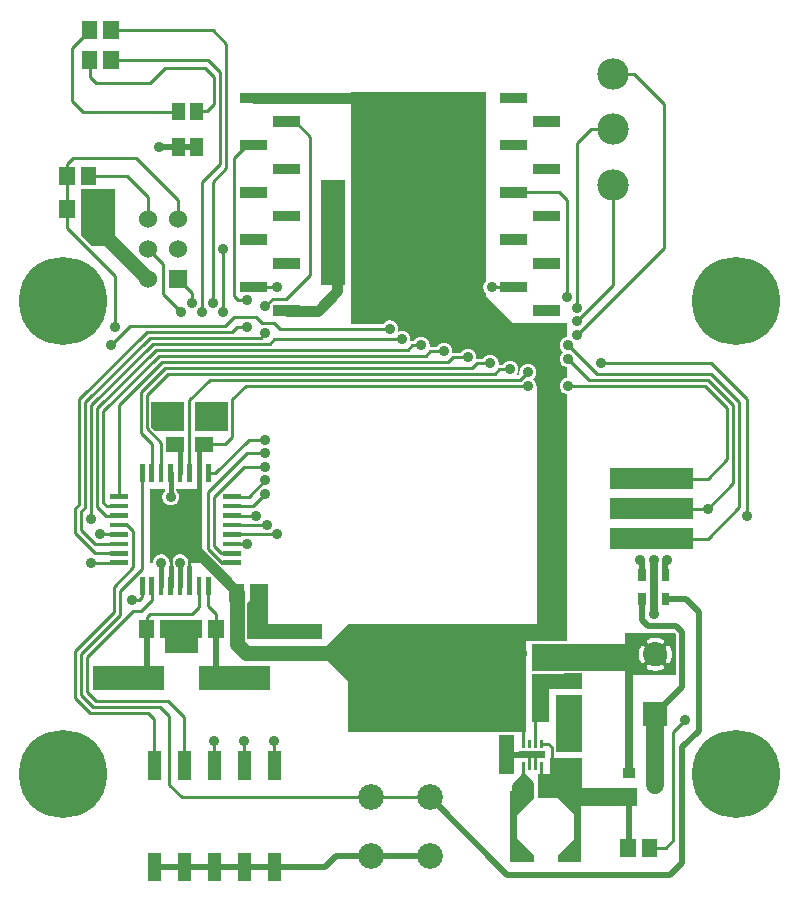
<source format=gbr>
G04 start of page 2 for group 0 idx 0 *
G04 Title: (unknown), top *
G04 Creator: pcb 20110918 *
G04 CreationDate: Mon 25 May 2015 02:47:13 AM GMT UTC *
G04 For: railfan *
G04 Format: Gerber/RS-274X *
G04 PCB-Dimensions: 269500 307800 *
G04 PCB-Coordinate-Origin: lower left *
%MOIN*%
%FSLAX25Y25*%
%LNTOP*%
%ADD42C,0.0750*%
%ADD41C,0.0480*%
%ADD40C,0.0430*%
%ADD39C,0.0630*%
%ADD38C,0.0380*%
%ADD37C,0.1285*%
%ADD36C,0.0360*%
%ADD35R,0.0430X0.0430*%
%ADD34R,0.0350X0.0350*%
%ADD33R,0.0240X0.0240*%
%ADD32R,0.0197X0.0197*%
%ADD31R,0.0098X0.0098*%
%ADD30R,0.0700X0.0700*%
%ADD29R,0.0240X0.0240*%
%ADD28R,0.0230X0.0230*%
%ADD27R,0.0340X0.0340*%
%ADD26R,0.0157X0.0157*%
%ADD25R,0.0512X0.0512*%
%ADD24R,0.0787X0.0787*%
%ADD23R,0.0440X0.0440*%
%ADD22C,0.1050*%
%ADD21C,0.0800*%
%ADD20C,0.0860*%
%ADD19C,0.2937*%
%ADD18C,0.0250*%
%ADD17C,0.0600*%
%ADD16C,0.0200*%
%ADD15C,0.0350*%
%ADD14C,0.0500*%
%ADD13C,0.0150*%
%ADD12C,0.0100*%
%ADD11C,0.0001*%
G54D11*G36*
X179000Y76300D02*X184500D01*
Y60300D01*
X179000D01*
Y76300D01*
G37*
G36*
X180500Y87300D02*Y193300D01*
X190500D01*
Y188560D01*
X190132Y188471D01*
X189725Y188303D01*
X189349Y188072D01*
X189014Y187786D01*
X188728Y187451D01*
X188497Y187075D01*
X188329Y186668D01*
X188226Y186239D01*
X188191Y185800D01*
X188226Y185361D01*
X188329Y184932D01*
X188497Y184525D01*
X188728Y184149D01*
X189014Y183814D01*
X189323Y183550D01*
X189014Y183286D01*
X188728Y182951D01*
X188497Y182575D01*
X188329Y182168D01*
X188226Y181739D01*
X188191Y181300D01*
X188226Y180861D01*
X188329Y180432D01*
X188497Y180025D01*
X188728Y179649D01*
X189014Y179314D01*
X189349Y179028D01*
X189725Y178797D01*
X190132Y178629D01*
X190500Y178540D01*
Y175060D01*
X190132Y174971D01*
X189725Y174803D01*
X189349Y174572D01*
X189014Y174286D01*
X188728Y173951D01*
X188497Y173575D01*
X188329Y173168D01*
X188226Y172739D01*
X188191Y172300D01*
X188226Y171861D01*
X188329Y171432D01*
X188497Y171025D01*
X188728Y170649D01*
X189014Y170314D01*
X189349Y170028D01*
X189725Y169797D01*
X190132Y169629D01*
X190500Y169540D01*
Y87300D01*
X180500D01*
G37*
G36*
X188000Y172300D02*X180300D01*
X180274Y172739D01*
X180171Y173168D01*
X180003Y173575D01*
X179772Y173951D01*
X179486Y174286D01*
X179177Y174550D01*
X179486Y174814D01*
X179772Y175149D01*
X180003Y175525D01*
X180171Y175932D01*
X180274Y176361D01*
X180300Y176800D01*
X180274Y177239D01*
X180171Y177668D01*
X180003Y178075D01*
X179772Y178451D01*
X179486Y178786D01*
X179151Y179072D01*
X178775Y179303D01*
X178368Y179471D01*
X177939Y179574D01*
X177500Y179609D01*
X177061Y179574D01*
X176632Y179471D01*
X176225Y179303D01*
X175849Y179072D01*
X175514Y178786D01*
X175228Y178451D01*
X174997Y178075D01*
X174829Y177668D01*
X174726Y177239D01*
X174691Y176800D01*
X174726Y176361D01*
X174767Y176189D01*
X174379Y175800D01*
X173470D01*
X173486Y175814D01*
X173772Y176149D01*
X174003Y176525D01*
X174171Y176932D01*
X174274Y177361D01*
X174300Y177800D01*
X174274Y178239D01*
X174171Y178668D01*
X174003Y179075D01*
X173772Y179451D01*
X173486Y179786D01*
X173151Y180072D01*
X172775Y180303D01*
X172368Y180471D01*
X171939Y180574D01*
X171500Y180609D01*
X171061Y180574D01*
X170632Y180471D01*
X170225Y180303D01*
X169849Y180072D01*
X169514Y179786D01*
X169228Y179451D01*
X169135Y179300D01*
X168059D01*
X168000Y179305D01*
X167765Y179286D01*
X167756Y179284D01*
X167774Y179361D01*
X167800Y179800D01*
X167774Y180239D01*
X167671Y180668D01*
X167503Y181075D01*
X167272Y181451D01*
X166986Y181786D01*
X166651Y182072D01*
X166275Y182303D01*
X165868Y182471D01*
X165439Y182574D01*
X165000Y182609D01*
X164561Y182574D01*
X164132Y182471D01*
X163725Y182303D01*
X163349Y182072D01*
X163014Y181786D01*
X162728Y181451D01*
X162635Y181300D01*
X160559D01*
X160500Y181305D01*
X160265Y181286D01*
X160256Y181284D01*
X160274Y181361D01*
X160300Y181800D01*
X160274Y182239D01*
X160171Y182668D01*
X160003Y183075D01*
X159772Y183451D01*
X159486Y183786D01*
X159151Y184072D01*
X158775Y184303D01*
X158368Y184471D01*
X157939Y184574D01*
X157500Y184609D01*
X157061Y184574D01*
X156632Y184471D01*
X156225Y184303D01*
X155849Y184072D01*
X155514Y183786D01*
X155228Y183451D01*
X155135Y183300D01*
X152559D01*
X152500Y183305D01*
X152265Y183286D01*
X152256Y183284D01*
X152274Y183361D01*
X152300Y183800D01*
X152274Y184239D01*
X152171Y184668D01*
X152003Y185075D01*
X151772Y185451D01*
X151486Y185786D01*
X151151Y186072D01*
X150775Y186303D01*
X150368Y186471D01*
X149939Y186574D01*
X149500Y186609D01*
X149061Y186574D01*
X148632Y186471D01*
X148225Y186303D01*
X147849Y186072D01*
X147514Y185786D01*
X147228Y185451D01*
X147135Y185300D01*
X145059D01*
X145000Y185305D01*
X144765Y185286D01*
X144756Y185284D01*
X144774Y185361D01*
X144800Y185800D01*
X144774Y186239D01*
X144671Y186668D01*
X144503Y187075D01*
X144272Y187451D01*
X143986Y187786D01*
X143651Y188072D01*
X143275Y188303D01*
X142868Y188471D01*
X142439Y188574D01*
X142000Y188609D01*
X141561Y188574D01*
X141132Y188471D01*
X140725Y188303D01*
X140349Y188072D01*
X140014Y187786D01*
X139728Y187451D01*
X139635Y187300D01*
X139059D01*
X139000Y187305D01*
X138765Y187286D01*
X138535Y187231D01*
X138317Y187141D01*
X138205Y187072D01*
X138274Y187361D01*
X138300Y187800D01*
X138274Y188239D01*
X138171Y188668D01*
X138003Y189075D01*
X137772Y189451D01*
X137486Y189786D01*
X137151Y190072D01*
X136775Y190303D01*
X136368Y190471D01*
X135939Y190574D01*
X135500Y190609D01*
X135061Y190574D01*
X134632Y190471D01*
X134225Y190303D01*
X134081Y190214D01*
X134171Y190432D01*
X134274Y190861D01*
X134300Y191300D01*
X134274Y191739D01*
X134171Y192168D01*
X134003Y192575D01*
X133772Y192951D01*
X133486Y193286D01*
X133151Y193572D01*
X132775Y193803D01*
X132368Y193971D01*
X131939Y194074D01*
X131500Y194109D01*
X131061Y194074D01*
X130632Y193971D01*
X130225Y193803D01*
X129849Y193572D01*
X129514Y193286D01*
X129228Y192951D01*
X129135Y192800D01*
X118500D01*
Y270300D01*
X163500D01*
Y207211D01*
X163228Y206892D01*
X162997Y206516D01*
X162829Y206109D01*
X162726Y205680D01*
X162691Y205241D01*
X162726Y204802D01*
X162829Y204373D01*
X162997Y203966D01*
X163228Y203590D01*
X163500Y203271D01*
Y202300D01*
X172500Y193300D01*
X188000D01*
Y172300D01*
G37*
G36*
X28500Y237800D02*X40000D01*
Y218800D01*
X32121D01*
X28500Y222421D01*
Y237800D01*
G37*
G36*
X117500Y92800D02*X121500D01*
Y73800D01*
X117500D01*
X110500Y80800D01*
Y85800D01*
X117500Y92800D01*
G37*
G36*
X116500Y205800D02*X115799D01*
X115578Y205989D01*
X115209Y206215D01*
X114809Y206380D01*
X114389Y206482D01*
X113957Y206515D01*
X113525Y206482D01*
X113105Y206380D01*
X112705Y206215D01*
X112336Y205989D01*
X112123Y205800D01*
X108500D01*
Y240800D01*
X116500D01*
Y205800D01*
G37*
G36*
X63000Y157300D02*X53396D01*
X52000Y158696D01*
Y166800D01*
X63000D01*
Y157300D01*
G37*
G36*
X66500D02*Y166800D01*
X77500D01*
Y157300D01*
X66500D01*
G37*
G36*
X173000Y55800D02*Y42800D01*
X168000D01*
Y55800D01*
X173000D01*
G37*
G36*
X56500Y83300D02*Y94300D01*
X67500D01*
Y83300D01*
X56500D01*
G37*
G36*
X69000Y137800D02*Y113300D01*
X64375D01*
X64349Y113739D01*
X64246Y114168D01*
X64078Y114575D01*
X63847Y114951D01*
X63561Y115286D01*
X63226Y115572D01*
X62850Y115803D01*
X62443Y115971D01*
X62014Y116074D01*
X61575Y116109D01*
X61136Y116074D01*
X60707Y115971D01*
X60300Y115803D01*
X59924Y115572D01*
X59589Y115286D01*
X59303Y114951D01*
X59072Y114575D01*
X58904Y114168D01*
X58801Y113739D01*
X58783Y113514D01*
X58700Y113534D01*
X58425Y113555D01*
X58150Y113534D01*
X58063Y113513D01*
X58050Y113739D01*
X57947Y114168D01*
X57779Y114575D01*
X57548Y114951D01*
X57262Y115286D01*
X56927Y115572D01*
X56551Y115803D01*
X56144Y115971D01*
X55715Y116074D01*
X55276Y116109D01*
X54837Y116074D01*
X54408Y115971D01*
X54001Y115803D01*
X53625Y115572D01*
X53290Y115286D01*
X53004Y114951D01*
X52773Y114575D01*
X52605Y114168D01*
X52502Y113739D01*
X52467Y113300D01*
X51500D01*
Y137800D01*
X56675D01*
Y137488D01*
X56439Y137286D01*
X56153Y136951D01*
X55922Y136575D01*
X55754Y136168D01*
X55651Y135739D01*
X55616Y135300D01*
X55651Y134861D01*
X55754Y134432D01*
X55922Y134025D01*
X56153Y133649D01*
X56439Y133314D01*
X56774Y133028D01*
X57150Y132797D01*
X57557Y132629D01*
X57986Y132526D01*
X58425Y132491D01*
X58864Y132526D01*
X59293Y132629D01*
X59700Y132797D01*
X60076Y133028D01*
X60411Y133314D01*
X60697Y133649D01*
X60928Y134025D01*
X61096Y134432D01*
X61199Y134861D01*
X61225Y135300D01*
X61199Y135739D01*
X61096Y136168D01*
X60928Y136575D01*
X60697Y136951D01*
X60411Y137286D01*
X60175Y137488D01*
Y137800D01*
X69000D01*
G37*
G36*
X85500Y106300D02*X91000D01*
Y87800D01*
X85500D01*
Y106300D01*
G37*
G36*
Y87800D02*Y92800D01*
X109000D01*
Y87800D01*
X85500D01*
G37*
G36*
X91000D02*X84000D01*
Y99300D01*
X91000D01*
Y87800D01*
G37*
G36*
X84000Y97800D02*Y99800D01*
X87543Y103343D01*
Y97800D01*
X84000D01*
G37*
G36*
X195500Y69300D02*Y50300D01*
X187000D01*
Y51741D01*
X187005Y51800D01*
X187000Y51859D01*
Y69300D01*
X195500D01*
G37*
G36*
Y76300D02*Y71300D01*
X179000D01*
Y76300D01*
X195500D01*
G37*
G36*
X224493Y86300D02*X227000D01*
Y77300D01*
X224493D01*
Y79945D01*
X224578Y79981D01*
X224679Y80043D01*
X224769Y80119D01*
X224845Y80209D01*
X224905Y80311D01*
X225122Y80780D01*
X225289Y81269D01*
X225409Y81772D01*
X225482Y82284D01*
X225506Y82800D01*
X225482Y83316D01*
X225409Y83828D01*
X225289Y84331D01*
X225122Y84820D01*
X224910Y85292D01*
X224849Y85393D01*
X224772Y85484D01*
X224682Y85561D01*
X224580Y85623D01*
X224493Y85660D01*
Y86300D01*
G37*
G36*
X215507D02*X217684D01*
X217731Y86289D01*
X217849Y86279D01*
X217968Y86288D01*
X218017Y86300D01*
X222002D01*
X222033Y86293D01*
X222151Y86283D01*
X222268Y86293D01*
X222298Y86300D01*
X224493D01*
Y85660D01*
X224471Y85669D01*
X224355Y85697D01*
X224237Y85706D01*
X224119Y85697D01*
X224003Y85670D01*
X223893Y85624D01*
X223792Y85562D01*
X223702Y85486D01*
X223624Y85395D01*
X223562Y85294D01*
X223516Y85185D01*
X223489Y85069D01*
X223479Y84951D01*
X223488Y84832D01*
X223516Y84717D01*
X223563Y84608D01*
X223721Y84268D01*
X223842Y83912D01*
X223930Y83547D01*
X223982Y83175D01*
X224000Y82800D01*
X223982Y82425D01*
X223930Y82053D01*
X223842Y81688D01*
X223721Y81332D01*
X223567Y80990D01*
X223520Y80882D01*
X223493Y80767D01*
X223483Y80649D01*
X223493Y80532D01*
X223521Y80417D01*
X223566Y80308D01*
X223628Y80207D01*
X223705Y80118D01*
X223795Y80041D01*
X223895Y79980D01*
X224004Y79935D01*
X224119Y79907D01*
X224237Y79898D01*
X224355Y79908D01*
X224469Y79935D01*
X224493Y79945D01*
Y77300D01*
X220129D01*
X220516Y77318D01*
X221028Y77391D01*
X221531Y77511D01*
X222020Y77678D01*
X222492Y77890D01*
X222593Y77951D01*
X222684Y78028D01*
X222761Y78118D01*
X222823Y78220D01*
X222869Y78329D01*
X222897Y78445D01*
X222906Y78563D01*
X222897Y78681D01*
X222870Y78797D01*
X222824Y78907D01*
X222762Y79008D01*
X222686Y79098D01*
X222595Y79176D01*
X222494Y79238D01*
X222385Y79284D01*
X222269Y79311D01*
X222151Y79321D01*
X222032Y79312D01*
X221917Y79284D01*
X221808Y79237D01*
X221468Y79079D01*
X221112Y78958D01*
X220747Y78870D01*
X220375Y78818D01*
X220000Y78800D01*
X219625Y78818D01*
X219253Y78870D01*
X218888Y78958D01*
X218532Y79079D01*
X218190Y79233D01*
X218082Y79280D01*
X217967Y79307D01*
X217849Y79317D01*
X217732Y79307D01*
X217617Y79279D01*
X217508Y79234D01*
X217407Y79172D01*
X217318Y79095D01*
X217241Y79005D01*
X217180Y78905D01*
X217135Y78796D01*
X217107Y78681D01*
X217098Y78563D01*
X217108Y78445D01*
X217135Y78331D01*
X217181Y78222D01*
X217243Y78121D01*
X217319Y78031D01*
X217409Y77955D01*
X217511Y77895D01*
X217980Y77678D01*
X218469Y77511D01*
X218972Y77391D01*
X219484Y77318D01*
X219871Y77300D01*
X215507D01*
Y79940D01*
X215529Y79931D01*
X215645Y79903D01*
X215763Y79894D01*
X215881Y79903D01*
X215997Y79930D01*
X216107Y79976D01*
X216208Y80038D01*
X216298Y80114D01*
X216376Y80205D01*
X216438Y80306D01*
X216484Y80415D01*
X216511Y80531D01*
X216521Y80649D01*
X216512Y80768D01*
X216484Y80883D01*
X216437Y80992D01*
X216279Y81332D01*
X216158Y81688D01*
X216070Y82053D01*
X216018Y82425D01*
X216000Y82800D01*
X216018Y83175D01*
X216070Y83547D01*
X216158Y83912D01*
X216279Y84268D01*
X216433Y84610D01*
X216480Y84718D01*
X216507Y84833D01*
X216517Y84951D01*
X216507Y85068D01*
X216479Y85183D01*
X216434Y85292D01*
X216372Y85393D01*
X216295Y85482D01*
X216205Y85559D01*
X216105Y85620D01*
X215996Y85665D01*
X215881Y85693D01*
X215763Y85702D01*
X215645Y85692D01*
X215531Y85665D01*
X215507Y85655D01*
Y86300D01*
G37*
G36*
X179000D02*X215507D01*
Y85655D01*
X215422Y85619D01*
X215321Y85557D01*
X215231Y85481D01*
X215155Y85391D01*
X215095Y85289D01*
X214878Y84820D01*
X214711Y84331D01*
X214591Y83828D01*
X214518Y83316D01*
X214494Y82800D01*
X214518Y82284D01*
X214591Y81772D01*
X214711Y81269D01*
X214878Y80780D01*
X215090Y80308D01*
X215151Y80207D01*
X215228Y80116D01*
X215318Y80039D01*
X215420Y79977D01*
X215507Y79940D01*
Y77300D01*
X179000D01*
Y86300D01*
G37*
G36*
X227000Y75800D02*X224493D01*
Y79945D01*
X224578Y79981D01*
X224679Y80043D01*
X224769Y80119D01*
X224845Y80209D01*
X224905Y80311D01*
X225122Y80780D01*
X225289Y81269D01*
X225409Y81772D01*
X225482Y82284D01*
X225506Y82800D01*
X225482Y83316D01*
X225409Y83828D01*
X225289Y84331D01*
X225122Y84820D01*
X224910Y85292D01*
X224849Y85393D01*
X224772Y85484D01*
X224682Y85561D01*
X224580Y85623D01*
X224493Y85660D01*
Y89800D01*
X226672D01*
X227000Y89472D01*
Y75800D01*
G37*
G36*
X224493D02*X220002D01*
Y77294D01*
X220516Y77318D01*
X221028Y77391D01*
X221531Y77511D01*
X222020Y77678D01*
X222492Y77890D01*
X222593Y77951D01*
X222684Y78028D01*
X222761Y78118D01*
X222823Y78220D01*
X222869Y78329D01*
X222897Y78445D01*
X222906Y78563D01*
X222897Y78681D01*
X222870Y78797D01*
X222824Y78907D01*
X222762Y79008D01*
X222686Y79098D01*
X222595Y79176D01*
X222494Y79238D01*
X222385Y79284D01*
X222269Y79311D01*
X222151Y79321D01*
X222032Y79312D01*
X221917Y79284D01*
X221808Y79237D01*
X221468Y79079D01*
X221112Y78958D01*
X220747Y78870D01*
X220375Y78818D01*
X220002Y78800D01*
Y86800D01*
X220375Y86782D01*
X220747Y86730D01*
X221112Y86642D01*
X221468Y86521D01*
X221810Y86367D01*
X221918Y86320D01*
X222033Y86293D01*
X222151Y86283D01*
X222268Y86293D01*
X222383Y86321D01*
X222492Y86366D01*
X222593Y86428D01*
X222682Y86505D01*
X222759Y86595D01*
X222820Y86695D01*
X222865Y86804D01*
X222893Y86919D01*
X222902Y87037D01*
X222892Y87155D01*
X222865Y87269D01*
X222819Y87378D01*
X222757Y87479D01*
X222681Y87569D01*
X222591Y87645D01*
X222489Y87705D01*
X222020Y87922D01*
X221531Y88089D01*
X221028Y88209D01*
X220516Y88282D01*
X220002Y88306D01*
Y89800D01*
X224493D01*
Y85660D01*
X224471Y85669D01*
X224355Y85697D01*
X224237Y85706D01*
X224119Y85697D01*
X224003Y85670D01*
X223893Y85624D01*
X223792Y85562D01*
X223702Y85486D01*
X223624Y85395D01*
X223562Y85294D01*
X223516Y85185D01*
X223489Y85069D01*
X223479Y84951D01*
X223488Y84832D01*
X223516Y84717D01*
X223563Y84608D01*
X223721Y84268D01*
X223842Y83912D01*
X223930Y83547D01*
X223982Y83175D01*
X224000Y82800D01*
X223982Y82425D01*
X223930Y82053D01*
X223842Y81688D01*
X223721Y81332D01*
X223567Y80990D01*
X223520Y80882D01*
X223493Y80767D01*
X223483Y80649D01*
X223493Y80532D01*
X223521Y80417D01*
X223566Y80308D01*
X223628Y80207D01*
X223705Y80118D01*
X223795Y80041D01*
X223895Y79980D01*
X224004Y79935D01*
X224119Y79907D01*
X224237Y79898D01*
X224355Y79908D01*
X224469Y79935D01*
X224493Y79945D01*
Y75800D01*
G37*
G36*
X220002D02*X215507D01*
Y79940D01*
X215529Y79931D01*
X215645Y79903D01*
X215763Y79894D01*
X215881Y79903D01*
X215997Y79930D01*
X216107Y79976D01*
X216208Y80038D01*
X216298Y80114D01*
X216376Y80205D01*
X216438Y80306D01*
X216484Y80415D01*
X216511Y80531D01*
X216521Y80649D01*
X216512Y80768D01*
X216484Y80883D01*
X216437Y80992D01*
X216279Y81332D01*
X216158Y81688D01*
X216070Y82053D01*
X216018Y82425D01*
X216000Y82800D01*
X216018Y83175D01*
X216070Y83547D01*
X216158Y83912D01*
X216279Y84268D01*
X216433Y84610D01*
X216480Y84718D01*
X216507Y84833D01*
X216517Y84951D01*
X216507Y85068D01*
X216479Y85183D01*
X216434Y85292D01*
X216372Y85393D01*
X216295Y85482D01*
X216205Y85559D01*
X216105Y85620D01*
X215996Y85665D01*
X215881Y85693D01*
X215763Y85702D01*
X215645Y85692D01*
X215531Y85665D01*
X215507Y85655D01*
Y89800D01*
X220002D01*
Y88306D01*
X220000Y88306D01*
X219484Y88282D01*
X218972Y88209D01*
X218469Y88089D01*
X217980Y87922D01*
X217508Y87710D01*
X217407Y87649D01*
X217316Y87572D01*
X217239Y87482D01*
X217177Y87380D01*
X217131Y87271D01*
X217103Y87155D01*
X217094Y87037D01*
X217103Y86919D01*
X217130Y86803D01*
X217176Y86693D01*
X217238Y86592D01*
X217314Y86502D01*
X217405Y86424D01*
X217506Y86362D01*
X217615Y86316D01*
X217731Y86289D01*
X217849Y86279D01*
X217968Y86288D01*
X218083Y86316D01*
X218192Y86363D01*
X218532Y86521D01*
X218888Y86642D01*
X219253Y86730D01*
X219625Y86782D01*
X220000Y86800D01*
X220002Y86800D01*
Y78800D01*
X220000Y78800D01*
X219625Y78818D01*
X219253Y78870D01*
X218888Y78958D01*
X218532Y79079D01*
X218190Y79233D01*
X218082Y79280D01*
X217967Y79307D01*
X217849Y79317D01*
X217732Y79307D01*
X217617Y79279D01*
X217508Y79234D01*
X217407Y79172D01*
X217318Y79095D01*
X217241Y79005D01*
X217180Y78905D01*
X217135Y78796D01*
X217107Y78681D01*
X217098Y78563D01*
X217108Y78445D01*
X217135Y78331D01*
X217181Y78222D01*
X217243Y78121D01*
X217319Y78031D01*
X217409Y77955D01*
X217511Y77895D01*
X217980Y77678D01*
X218469Y77511D01*
X218972Y77391D01*
X219484Y77318D01*
X220000Y77294D01*
X220002Y77294D01*
Y75800D01*
G37*
G36*
X215507D02*X210000D01*
Y89800D01*
X215507D01*
Y85655D01*
X215422Y85619D01*
X215321Y85557D01*
X215231Y85481D01*
X215155Y85391D01*
X215095Y85289D01*
X214878Y84820D01*
X214711Y84331D01*
X214591Y83828D01*
X214518Y83316D01*
X214494Y82800D01*
X214518Y82284D01*
X214591Y81772D01*
X214711Y81269D01*
X214878Y80780D01*
X215090Y80308D01*
X215151Y80207D01*
X215228Y80116D01*
X215318Y80039D01*
X215420Y79977D01*
X215507Y79940D01*
Y75800D01*
G37*
G36*
X171500Y92800D02*X190500D01*
Y87300D01*
X171500D01*
Y92800D01*
G37*
G36*
X186500Y34800D02*X181000D01*
Y42800D01*
X186500D01*
Y34800D01*
G37*
G36*
X195500Y48300D02*Y34800D01*
X185000D01*
Y48300D01*
X195500D01*
G37*
G36*
X176000Y42800D02*X179000Y39800D01*
Y35800D01*
X172500D01*
Y39300D01*
X176000Y42800D01*
G37*
G36*
X214000Y32300D02*X191000D01*
Y38300D01*
X214000D01*
Y32300D01*
G37*
G36*
X177000Y56800D02*X117500D01*
Y92800D01*
X177000D01*
Y56800D01*
G37*
G54D12*X71024Y105521D02*Y98800D01*
X67874Y98674D02*Y105521D01*
G54D13*X64725D02*Y111800D01*
G54D12*X78779Y113277D02*X75523D01*
X71024Y98800D02*X73500Y96300D01*
X65500D02*X67874Y98674D01*
X73500Y96300D02*Y91300D01*
G54D14*X80500Y86300D02*Y103300D01*
G54D13*X61575Y143079D02*Y152757D01*
X58425Y143079D02*Y135300D01*
G54D12*X55275Y143079D02*Y153300D01*
X52126Y143079D02*Y152800D01*
X48976Y143079D02*Y111276D01*
X52126Y105521D02*Y100926D01*
G54D15*X80957Y103300D02*X65500Y118757D01*
G54D12*X64725Y111800D02*Y116300D01*
X75523Y113277D02*X71000Y117800D01*
X78779Y116426D02*X75374D01*
X73000Y118800D01*
X78779Y119576D02*X84000D01*
X78779Y129025D02*X86000D01*
X78779Y125875D02*X89500D01*
X78779Y122725D02*X93000D01*
X78779Y132174D02*X85874D01*
X90000Y136300D01*
X78779Y135324D02*X84524D01*
X90000Y140800D01*
G54D13*X67874Y152757D02*Y120800D01*
G54D12*X73000Y118800D02*Y135300D01*
X71000Y117800D02*Y136800D01*
X84000Y149800D01*
X71023Y143079D02*X73279D01*
X73000Y135300D02*X83000Y145300D01*
X90000D01*
X84000Y149800D02*X90000D01*
X125157Y35143D02*X144843D01*
G54D16*X110050Y11850D02*X113657Y15457D01*
X144843D01*
X53000Y11850D02*X110050D01*
G54D12*X93000Y52800D02*Y45750D01*
X58000Y39300D02*X62157Y35143D01*
X125000D01*
G54D16*X50500Y91300D02*Y74800D01*
X73500Y91300D02*Y74800D01*
G54D14*X84500Y83300D02*X83500D01*
X80500Y86300D01*
G54D12*X83000Y53800D02*Y45750D01*
X73000Y53800D02*Y45750D01*
X57500Y67300D02*X63000Y61800D01*
Y45750D01*
X53000Y61300D02*Y45750D01*
X55000Y65300D02*X58000Y62300D01*
X51000Y63300D02*X53000Y61300D01*
X58000Y62300D02*Y39300D01*
G54D17*X220000Y62800D02*Y39243D01*
G54D18*X211343Y43143D02*Y78800D01*
G54D16*X220000Y62800D02*X229000Y71800D01*
Y90300D01*
Y51800D02*X234500Y57300D01*
Y96800D02*X230200Y101100D01*
X223400D01*
X211343Y35343D02*Y18300D01*
X225000Y9300D02*X229000Y13300D01*
Y51800D01*
G54D12*X218043Y18300D02*X223500D01*
X226000Y20800D01*
Y56800D01*
X230000Y60800D01*
G54D16*X234500Y57300D02*Y96800D01*
G54D14*X84500Y83300D02*X174500D01*
G54D16*X170500Y49300D02*X179000D01*
G54D12*X176047Y58300D02*Y52942D01*
X179984Y63300D02*Y52942D01*
X181953D02*X184358D01*
X178016Y49300D02*Y45658D01*
X172500Y39300D02*Y33300D01*
X176047Y42847D02*X172500Y39300D01*
X179000Y39894D02*Y35800D01*
X176047Y42847D02*X179000Y39894D01*
X176047Y45658D02*Y34850D01*
X185500Y51800D02*Y45800D01*
X184358Y52942D02*X185500Y51800D01*
X181953Y45658D02*Y36300D01*
X179984Y49300D02*Y45658D01*
G54D16*X225000Y9300D02*X170686D01*
X144843Y35143D01*
X215600Y101100D02*Y94200D01*
X217500Y92300D01*
X227000D01*
X229000Y90300D01*
X215600Y109300D02*Y113700D01*
X215000Y114300D01*
G54D18*X219500D02*Y96300D01*
G54D16*X223400Y109300D02*Y113700D01*
X224000Y114300D01*
G54D12*X83500Y172300D02*X177500D01*
X71500Y174300D02*X175000D01*
X57500Y176300D02*X166500D01*
X56500Y178300D02*X159000D01*
X55500Y180300D02*X151000D01*
X54500Y182300D02*X143500D01*
X53500Y184300D02*X137500D01*
X91500Y186300D02*X52500D01*
X175000Y174300D02*X177500Y176800D01*
X166500Y176300D02*X168000Y177800D01*
X159000Y178300D02*X160500Y179800D01*
X165000D01*
X168000Y177800D02*X171500D01*
X172815Y205241D02*X165500D01*
X151000Y180300D02*X152500Y181800D01*
X157500D01*
X143500Y182300D02*X145000Y183800D01*
X149500D01*
X139000Y185800D02*X142000D01*
X172815Y236737D02*X188063D01*
X190500Y234300D01*
X137500Y184300D02*X139000Y185800D01*
G54D15*X97185Y197367D02*X107567D01*
X113957Y203757D01*
G54D12*X92500Y201300D02*X97000D01*
X105000Y209300D01*
X87000Y195300D02*X89000Y193300D01*
X90000Y198800D02*X92500Y201300D01*
X89000Y193300D02*X93000D01*
X95000Y191300D01*
X131500D01*
X88500Y188300D02*X90000Y189800D01*
X93000Y187800D02*X91500Y186300D01*
X135500Y187800D02*X93000D01*
G54D15*X86201Y268233D02*X127500D01*
X113957Y203757D02*Y237800D01*
G54D12*X105000Y209300D02*Y255300D01*
X100500Y259800D01*
X79500Y202300D02*Y248300D01*
X83500Y252300D01*
X72500Y240300D02*X77000Y244800D01*
X75000Y246300D02*X69000Y240300D01*
X73000Y266300D02*X70500Y263800D01*
X67050D01*
X66950Y263700D01*
X76500Y192300D02*X79500Y195300D01*
X76000Y196800D02*Y217800D01*
X72500Y199800D02*Y240300D01*
X69000Y196800D02*Y240300D01*
X79000Y190300D02*X80500Y191800D01*
X84000D01*
Y200800D02*X81000D01*
X79500Y202300D01*
Y195300D02*X87000D01*
X51500Y188300D02*X88500D01*
X62000Y196800D02*X56000Y202800D01*
Y212800D01*
X51000Y217800D01*
X65500Y199800D02*Y203300D01*
X61000Y207800D01*
X44000Y242300D02*X51000Y235300D01*
X61000Y234300D02*X47000Y248300D01*
G54D16*X54500Y251800D02*X66950D01*
G54D12*X51000Y235300D02*Y227800D01*
X61000D02*Y234300D01*
X64724Y143079D02*Y167524D01*
X71500Y174300D01*
X69500Y152757D02*X76457D01*
X55275Y153300D02*X50500Y158075D01*
X52126Y152800D02*X48500Y156426D01*
X76457Y152757D02*X79000Y155300D01*
X73279Y143079D02*X84500Y154300D01*
X90000D01*
X79000Y155300D02*Y167800D01*
X83500Y172300D01*
X86201Y205241D02*X94000D01*
X50500Y190300D02*X79000D01*
X45000Y192300D02*X76500D01*
X50500Y92343D02*Y95257D01*
X51500Y96300D01*
X65500D01*
X46000Y97300D02*X30500Y81800D01*
X48500Y97300D02*X46000D01*
X30500Y81800D02*Y70300D01*
X33500Y67300D01*
X57500D01*
X41500Y95800D02*X28500Y82800D01*
X39500Y96800D02*X26500Y83800D01*
X28500Y82800D02*Y69300D01*
X26500Y83800D02*Y68300D01*
X28500Y69300D02*X32500Y65300D01*
X26500Y68300D02*X31500Y63300D01*
X32500Y65300D02*X55000D01*
X31500Y63300D02*X51000D01*
X58425Y111800D02*Y117800D01*
X41221Y125875D02*X43925D01*
X46000Y123800D01*
Y111800D01*
G54D13*X55276Y105521D02*Y113300D01*
X61575Y105521D02*Y113300D01*
X58425Y105521D02*Y111800D01*
G54D12*X41221Y132174D02*X37126D01*
X36000Y133300D01*
X41221Y129024D02*X36776D01*
X34000Y131800D01*
X41221Y122725D02*X35000D01*
X41221Y119575D02*X33225D01*
X41221Y116426D02*X33374D01*
X41221Y113276D02*X32000D01*
X33225Y119575D02*X28500Y124300D01*
Y130300D01*
X30000Y131800D01*
X33374Y116426D02*X26500Y123300D01*
Y131300D01*
X28000Y132800D01*
X50500Y158075D02*Y169300D01*
X48500Y156426D02*Y170300D01*
X41221Y135323D02*Y166021D01*
X36000Y133300D02*Y163800D01*
X34000Y131800D02*Y164800D01*
X32000Y165800D02*Y127800D01*
X30000Y131800D02*Y166800D01*
X28000Y132800D02*Y167800D01*
X50500Y169300D02*X57500Y176300D01*
X48500Y170300D02*X56500Y178300D01*
X41221Y166021D02*X55500Y180300D01*
X36000Y163800D02*X54500Y182300D01*
X34000Y164800D02*X53500Y184300D01*
X30000Y166800D02*X51500Y188300D01*
X28000Y167800D02*X50500Y190300D01*
X52500Y186300D02*X32000Y165800D01*
X48976Y111276D02*X41500Y103800D01*
Y95800D01*
X46000Y111800D02*X39500Y105300D01*
Y96800D01*
X48000Y100800D02*X45500D01*
X48977Y105521D02*Y101777D01*
X48000Y100800D01*
X52126Y100926D02*X48500Y97300D01*
X191000Y172300D02*X236500D01*
X191000Y181300D02*X198000Y174300D01*
X191000Y185800D02*X200500Y176300D01*
X198000Y174300D02*X237500D01*
X200500Y176300D02*X238500D01*
X202000Y179800D02*X238500D01*
X244000Y164800D02*Y147800D01*
X237500Y141300D01*
X218750D01*
X246000Y165800D02*Y139800D01*
X237500Y131300D01*
X218750D01*
X236500Y172300D02*X244000Y164800D01*
X237500Y174300D02*X246000Y165800D01*
X238500Y176300D02*X248000Y166800D01*
X250500Y167800D02*X238500Y179800D01*
X248000Y166800D02*Y131800D01*
X250500Y128800D02*Y167800D01*
X248000Y131800D02*X237500Y121300D01*
X218750D01*
X194000Y189300D02*X223000Y218300D01*
X194000Y198300D02*Y253300D01*
Y193800D02*X206000Y205800D01*
Y239300D01*
X223000Y218300D02*Y266300D01*
X213000Y276300D01*
X206000D01*
X194000Y253300D02*X198500Y257800D01*
X206000D01*
X190500Y201800D02*Y234300D01*
X38500Y185800D02*X45000Y192300D01*
G54D14*X34543Y224257D02*X51000Y207800D01*
G54D12*X40000Y191800D02*Y208800D01*
X23957Y224843D02*Y242300D01*
Y224843D02*X40000Y208800D01*
X47000Y248300D02*X26000D01*
X61050Y263700D02*X29100D01*
X31043Y242300D02*X44000D01*
X26000Y248300D02*X23957Y246257D01*
Y242257D01*
X51500Y273300D02*X56500Y278300D01*
X70000D01*
X72500Y290800D02*X38543D01*
Y280800D02*X71000D01*
X70000Y278300D02*X73000Y275300D01*
X71000Y280800D02*X75000Y276800D01*
X73000Y275300D02*Y266300D01*
X77000Y244800D02*Y286300D01*
X72500Y290800D01*
X75000Y276800D02*Y246300D01*
X31457Y280800D02*Y275343D01*
X33500Y273300D01*
X51500D01*
X29100Y263700D02*X25500Y267300D01*
Y284843D01*
X31457Y290800D01*
G54D19*X22600Y200400D03*
Y42900D03*
G54D11*G36*
X58000Y210800D02*Y204800D01*
X64000D01*
Y210800D01*
X58000D01*
G37*
G54D17*X61000Y217800D03*
X51000Y207800D03*
Y217800D03*
X61000Y227800D03*
X51000D03*
G54D19*X246900Y200400D03*
Y42900D03*
G54D20*X125157Y35143D03*
Y15457D03*
X144843Y35143D03*
Y15457D03*
G54D11*G36*
X216000Y66800D02*Y58800D01*
X224000D01*
Y66800D01*
X216000D01*
G37*
G54D21*X220000Y82800D03*
G54D22*X206000Y276300D03*
Y257800D03*
Y239300D03*
G54D23*X93000Y48350D02*Y43150D01*
Y14450D02*Y9250D01*
X83000Y48350D02*Y43150D01*
Y14450D02*Y9250D01*
X73000Y48350D02*Y43150D01*
Y14450D02*Y9250D01*
X63000Y48350D02*Y43150D01*
Y14450D02*Y9250D01*
X53000Y14450D02*Y9250D01*
G54D24*X71843Y74800D02*X87591D01*
G54D23*X53000Y48350D02*Y43150D01*
G54D24*X36409Y74800D02*X52157D01*
G54D25*X50457Y91693D02*Y90907D01*
G54D26*X58425Y107734D02*Y103308D01*
X61575Y107734D02*Y103308D01*
X64725Y107734D02*Y103308D01*
X67874Y107734D02*Y103308D01*
X71024Y107734D02*Y103308D01*
X76566Y113277D02*X80992D01*
G54D25*X80457Y103693D02*Y102907D01*
X87543Y103693D02*Y102907D01*
G54D26*X76566Y116426D02*X80992D01*
X76566Y119576D02*X80992D01*
X76566Y122725D02*X80992D01*
X76566Y125875D02*X80992D01*
X76566Y129025D02*X80992D01*
G54D25*X73543Y91693D02*Y90907D01*
X66457Y91693D02*Y90907D01*
X57543Y91693D02*Y90907D01*
G54D26*X76566Y132174D02*X80992D01*
X76566Y135324D02*X80992D01*
X48977Y107734D02*Y103308D01*
X52126Y107734D02*Y103308D01*
X55276Y107734D02*Y103308D01*
X55275Y145292D02*Y140866D01*
X52126Y145292D02*Y140866D01*
X48976Y145292D02*Y140866D01*
X39008Y135323D02*X43434D01*
X39008Y132174D02*X43434D01*
X39008Y129024D02*X43434D01*
X39008Y125875D02*X43434D01*
X39008Y122725D02*X43434D01*
X39008Y119575D02*X43434D01*
X39008Y116426D02*X43434D01*
X39008Y113276D02*X43434D01*
G54D25*X218043Y18693D02*Y17907D01*
X210957Y18693D02*Y17907D01*
G54D27*X211043Y43143D02*X211643D01*
X211043Y35343D02*X211643D01*
X219243Y39243D02*X219843D01*
G54D28*X194200Y36000D02*Y14600D01*
G54D11*G36*
X189577Y36971D02*X195171Y31377D01*
X193050Y29256D01*
X187456Y34850D01*
X189577Y36971D01*
G37*
G36*
X187456Y15750D02*X193050Y21344D01*
X195171Y19223D01*
X189577Y13629D01*
X187456Y15750D01*
G37*
G36*
X191050Y36850D02*Y32850D01*
X195050D01*
Y36850D01*
X191050D01*
G37*
G36*
Y17750D02*Y13750D01*
X195050D01*
Y17750D01*
X191050D01*
G37*
G54D28*X188600Y14600D02*X194200D01*
X172800Y36000D02*Y14600D01*
Y36000D02*X178400D01*
G54D11*G36*
X171829Y31377D02*X177423Y36971D01*
X179544Y34850D01*
X173950Y29256D01*
X171829Y31377D01*
G37*
G36*
X171950Y36850D02*Y32850D01*
X175950D01*
Y36850D01*
X171950D01*
G37*
G54D28*X172800Y14600D02*X178400D01*
G54D11*G36*
X173950Y21344D02*X179544Y15750D01*
X177423Y13629D01*
X171829Y19223D01*
X173950Y21344D01*
G37*
G36*
X171950Y17750D02*Y13750D01*
X175950D01*
Y17750D01*
X171950D01*
G37*
G54D29*X215600Y101900D02*Y100300D01*
X219500Y101900D02*Y100300D01*
X223400Y101900D02*Y100300D01*
Y110100D02*Y108500D01*
G54D30*X208500Y121300D02*X229000D01*
X208500Y131300D02*X229000D01*
X208500Y141300D02*X229000D01*
G54D29*X219500Y110100D02*Y108500D01*
X215600Y110100D02*Y108500D01*
G54D25*X181543Y63693D02*Y62907D01*
X174457Y63693D02*Y62907D01*
X192107Y66757D02*X192893D01*
X174457Y83693D02*Y82907D01*
X181543Y83693D02*Y82907D01*
X174457Y73693D02*Y72907D01*
X181543Y73693D02*Y72907D01*
X192107Y73843D02*X192893D01*
G54D31*X181953Y53828D02*Y52056D01*
X179984Y53828D02*Y52056D01*
X178016Y53828D02*Y52056D01*
X176047Y53828D02*Y52056D01*
Y46544D02*Y44772D01*
X178016Y46544D02*Y44772D01*
X179984Y46544D02*Y44772D01*
X181953Y46544D02*Y44772D01*
G54D32*X176047Y49300D02*X181953D01*
G54D33*X175870D02*X182130D01*
G54D25*X192107Y45757D02*X192893D01*
X192107Y52843D02*X192893D01*
G54D28*X188600Y36000D02*X194200D01*
G54D34*X170059Y268233D02*X175571D01*
X170059Y252485D02*X175571D01*
X170059Y236737D02*X175571D01*
X170059Y220989D02*X175571D01*
X170059Y205241D02*X175571D01*
X181043Y197367D02*X186555D01*
X181043Y213115D02*X186555D01*
X181043Y228863D02*X186555D01*
X181043Y244611D02*X186555D01*
X181043Y260359D02*X186555D01*
G54D35*X61050Y252700D02*Y251100D01*
X66950Y252700D02*Y251100D01*
X61050Y264500D02*Y262900D01*
X66950Y264500D02*Y262900D01*
G54D25*X121043Y238193D02*Y237407D01*
X113957Y238193D02*Y237407D01*
X121043Y228193D02*Y227407D01*
X113957Y228193D02*Y227407D01*
G54D34*X83445Y268233D02*X88957D01*
X83445Y252485D02*X88957D01*
X94429Y244611D02*X99941D01*
X94429Y260359D02*X99941D01*
X83445Y236737D02*X88957D01*
X83445Y220989D02*X88957D01*
X83445Y205241D02*X88957D01*
X94429Y197367D02*X99941D01*
X94429Y213115D02*X99941D01*
X94429Y228863D02*X99941D01*
G54D25*X69107Y152757D02*X69893D01*
X69107Y159843D02*X69893D01*
X59607Y152757D02*X60393D01*
X59607Y159843D02*X60393D01*
G54D26*X71023Y145292D02*Y140866D01*
X67874Y145292D02*Y140866D01*
X64724Y145292D02*Y140866D01*
X61575Y145292D02*Y140866D01*
X58425Y145292D02*Y140866D01*
G54D25*X31457Y291193D02*Y290407D01*
X38543Y291193D02*Y290407D01*
X31457Y281193D02*Y280407D01*
X38543Y281193D02*Y280407D01*
X23957Y242693D02*Y241907D01*
X31043Y242693D02*Y241907D01*
X23957Y231693D02*Y230907D01*
X31043Y231693D02*Y230907D01*
G54D36*X58425Y135300D03*
X55276Y113300D03*
X61575D03*
X84000Y119576D03*
X35000Y122725D03*
X32000Y127800D03*
Y113276D03*
X59500Y85800D03*
X64500D03*
X45500Y100800D03*
X87000Y129025D03*
X86000Y93800D03*
Y97800D03*
Y89800D03*
X90500Y125875D03*
X90000Y136300D03*
X94000Y122725D03*
X98500Y90300D03*
X102500D03*
X106500D03*
X94000Y205241D03*
X90000Y189800D03*
Y198800D03*
X84000Y191800D03*
Y200800D03*
X76000Y196800D03*
X72500Y199800D03*
X69000Y196800D03*
X65500Y199800D03*
X62000Y196800D03*
X54500Y251800D03*
X36500Y230300D03*
Y234800D03*
X76000Y217800D03*
X112500Y222300D03*
Y217800D03*
Y213300D03*
Y208800D03*
X142000Y268300D03*
X137500D03*
X133000D03*
X128500D03*
X90000Y140800D03*
Y145300D03*
Y149800D03*
Y154300D03*
X40000Y191800D03*
X54500Y159800D03*
X75000D03*
X38500Y185800D03*
X54500Y164300D03*
X75000D03*
X93000Y53800D03*
X83000D03*
X73000D03*
X170500Y45300D03*
Y53300D03*
Y49300D03*
X189500Y59800D03*
X193000Y57800D03*
Y61800D03*
X230000Y60800D03*
X191000Y172300D03*
Y181300D03*
Y185800D03*
X202000Y179800D03*
X219500Y114300D03*
X224000D03*
X237500Y131300D03*
X250500Y128800D03*
X194000Y189300D03*
Y193800D03*
Y198300D03*
X190500Y201800D03*
X219500Y96300D03*
X215000Y114300D03*
X177500Y172300D03*
Y176800D03*
X171500Y177800D03*
X165000Y179800D03*
X165500Y205241D03*
X157500Y181800D03*
X149500Y183800D03*
X142000Y185800D03*
X135500Y187800D03*
X131500Y191300D03*
G54D16*G54D37*G54D38*G54D39*G54D37*G54D40*G54D41*G54D42*M02*

</source>
